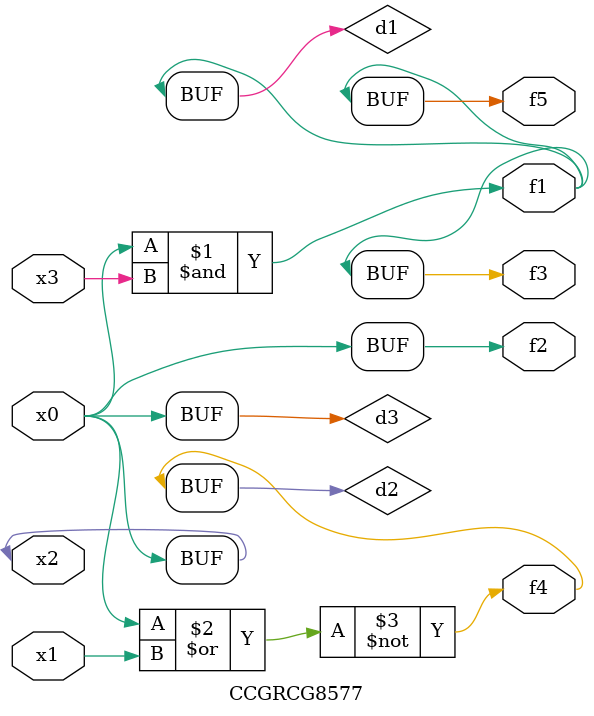
<source format=v>
module CCGRCG8577(
	input x0, x1, x2, x3,
	output f1, f2, f3, f4, f5
);

	wire d1, d2, d3;

	and (d1, x2, x3);
	nor (d2, x0, x1);
	buf (d3, x0, x2);
	assign f1 = d1;
	assign f2 = d3;
	assign f3 = d1;
	assign f4 = d2;
	assign f5 = d1;
endmodule

</source>
